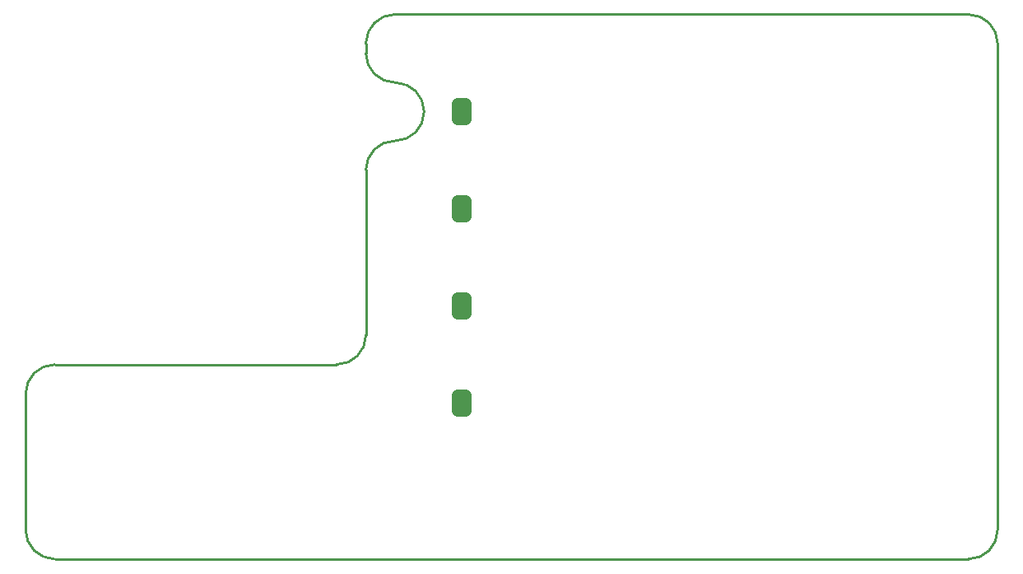
<source format=gko>
%FSTAX24Y24*%
%MOIN*%
G70*
G01*
G75*
G04 Layer_Color=16711935*
%ADD10R,0.0315X0.0374*%
%ADD11R,0.0374X0.0315*%
%ADD12R,0.0472X0.0256*%
G04:AMPARAMS|DCode=13|XSize=21.7mil|YSize=47.2mil|CornerRadius=0mil|HoleSize=0mil|Usage=FLASHONLY|Rotation=270.000|XOffset=0mil|YOffset=0mil|HoleType=Round|Shape=Octagon|*
%AMOCTAGOND13*
4,1,8,0.0236,0.0054,0.0236,-0.0054,0.0182,-0.0108,-0.0182,-0.0108,-0.0236,-0.0054,-0.0236,0.0054,-0.0182,0.0108,0.0182,0.0108,0.0236,0.0054,0.0*
%
%ADD13OCTAGOND13*%

%ADD14R,0.0472X0.0217*%
%ADD15O,0.0236X0.0866*%
%ADD16R,0.0236X0.0866*%
%ADD17R,0.0630X0.0630*%
%ADD18R,0.1299X0.1004*%
%ADD19R,0.0374X0.1004*%
%ADD20R,0.0630X0.0630*%
%ADD21C,0.0100*%
%ADD22C,0.0200*%
%ADD23C,0.0150*%
%ADD24C,0.0039*%
%ADD25R,0.0787X0.0787*%
%ADD26C,0.0787*%
%ADD27C,0.0591*%
%ADD28R,0.0591X0.0591*%
%ADD29C,0.0709*%
%ADD30R,0.0591X0.0591*%
%ADD31C,0.1800*%
%ADD32C,0.0984*%
%ADD33R,0.0984X0.0984*%
G04:AMPARAMS|DCode=34|XSize=78.7mil|YSize=60mil|CornerRadius=0mil|HoleSize=0mil|Usage=FLASHONLY|Rotation=270.000|XOffset=0mil|YOffset=0mil|HoleType=Round|Shape=Octagon|*
%AMOCTAGOND34*
4,1,8,-0.0150,-0.0394,0.0150,-0.0394,0.0300,-0.0244,0.0300,0.0244,0.0150,0.0394,-0.0150,0.0394,-0.0300,0.0244,-0.0300,-0.0244,-0.0150,-0.0394,0.0*
%
%ADD34OCTAGOND34*%

%ADD35C,0.2441*%
%ADD36C,0.0320*%
%ADD37R,0.0472X0.0728*%
%ADD38C,0.0300*%
%ADD39R,0.0395X0.0454*%
%ADD40R,0.0454X0.0395*%
%ADD41R,0.0552X0.0336*%
G04:AMPARAMS|DCode=42|XSize=25.6mil|YSize=51.2mil|CornerRadius=0mil|HoleSize=0mil|Usage=FLASHONLY|Rotation=270.000|XOffset=0mil|YOffset=0mil|HoleType=Round|Shape=Octagon|*
%AMOCTAGOND42*
4,1,8,0.0256,0.0064,0.0256,-0.0064,0.0192,-0.0128,-0.0192,-0.0128,-0.0256,-0.0064,-0.0256,0.0064,-0.0192,0.0128,0.0192,0.0128,0.0256,0.0064,0.0*
%
%ADD42OCTAGOND42*%

%ADD43R,0.0512X0.0256*%
%ADD44O,0.0316X0.0946*%
%ADD45R,0.0316X0.0946*%
%ADD46R,0.0710X0.0710*%
%ADD47R,0.1379X0.1084*%
%ADD48R,0.0454X0.1084*%
%ADD49R,0.0710X0.0710*%
%ADD50R,0.0867X0.0867*%
%ADD51C,0.0867*%
%ADD52C,0.0671*%
%ADD53R,0.0671X0.0671*%
%ADD54C,0.0789*%
%ADD55R,0.0671X0.0671*%
%ADD56C,0.1880*%
%ADD57C,0.1064*%
%ADD58R,0.1064X0.1064*%
G04:AMPARAMS|DCode=59|XSize=86.7mil|YSize=68mil|CornerRadius=0mil|HoleSize=0mil|Usage=FLASHONLY|Rotation=270.000|XOffset=0mil|YOffset=0mil|HoleType=Round|Shape=Octagon|*
%AMOCTAGOND59*
4,1,8,-0.0170,-0.0434,0.0170,-0.0434,0.0340,-0.0264,0.0340,0.0264,0.0170,0.0434,-0.0170,0.0434,-0.0340,0.0264,-0.0340,-0.0264,-0.0170,-0.0434,0.0*
%
%ADD59OCTAGOND59*%

%ADD60C,0.2521*%
%ADD61C,0.0400*%
%ADD62R,0.0552X0.0808*%
%ADD63C,0.0472*%
D21*
X061902Y074274D02*
G03*
X06072Y073093I0J-001181D01*
G01*
X073319Y074274D02*
G03*
X0745Y075455I0J001181D01*
G01*
X06072Y067581D02*
G03*
X061902Y0664I001181J0D01*
G01*
X075681Y088447D02*
G03*
X0745Y087266I0J-001181D01*
G01*
X100091D02*
G03*
X098909Y088447I-001181J0D01*
G01*
Y0664D02*
G03*
X100091Y067581I0J001181D01*
G01*
X0745Y086872D02*
G03*
X075681Y085691I001181J0D01*
G01*
X076862Y08451D02*
G03*
X075681Y085691I-001181J0D01*
G01*
Y083329D02*
G03*
X076862Y08451I0J001181D01*
G01*
X075681Y083329D02*
G03*
X0745Y082148I0J-001181D01*
G01*
X061902Y074274D02*
X073319D01*
X0745Y075455D02*
Y082148D01*
X06072Y067581D02*
Y073093D01*
X061902Y0664D02*
X098909D01*
X100091Y067581D02*
Y087266D01*
X075681Y088447D02*
X098909D01*
X0745Y086872D02*
Y087266D01*
D63*
X07822Y084195D02*
Y084825D01*
X078535Y084825D01*
Y084195D02*
Y084825D01*
X07822Y084195D02*
X078535Y084195D01*
X07822Y080258D02*
Y080888D01*
X078535Y080888D01*
Y080258D02*
Y080888D01*
X07822Y080258D02*
X078535Y080258D01*
X07822Y076321D02*
Y076951D01*
X078535Y076951D01*
Y076321D02*
Y076951D01*
X07822Y076321D02*
X078535Y076321D01*
X07822Y072384D02*
Y073014D01*
X078535Y073014D01*
Y072384D02*
Y073014D01*
X07822Y072384D02*
X078535Y072384D01*
M02*

</source>
